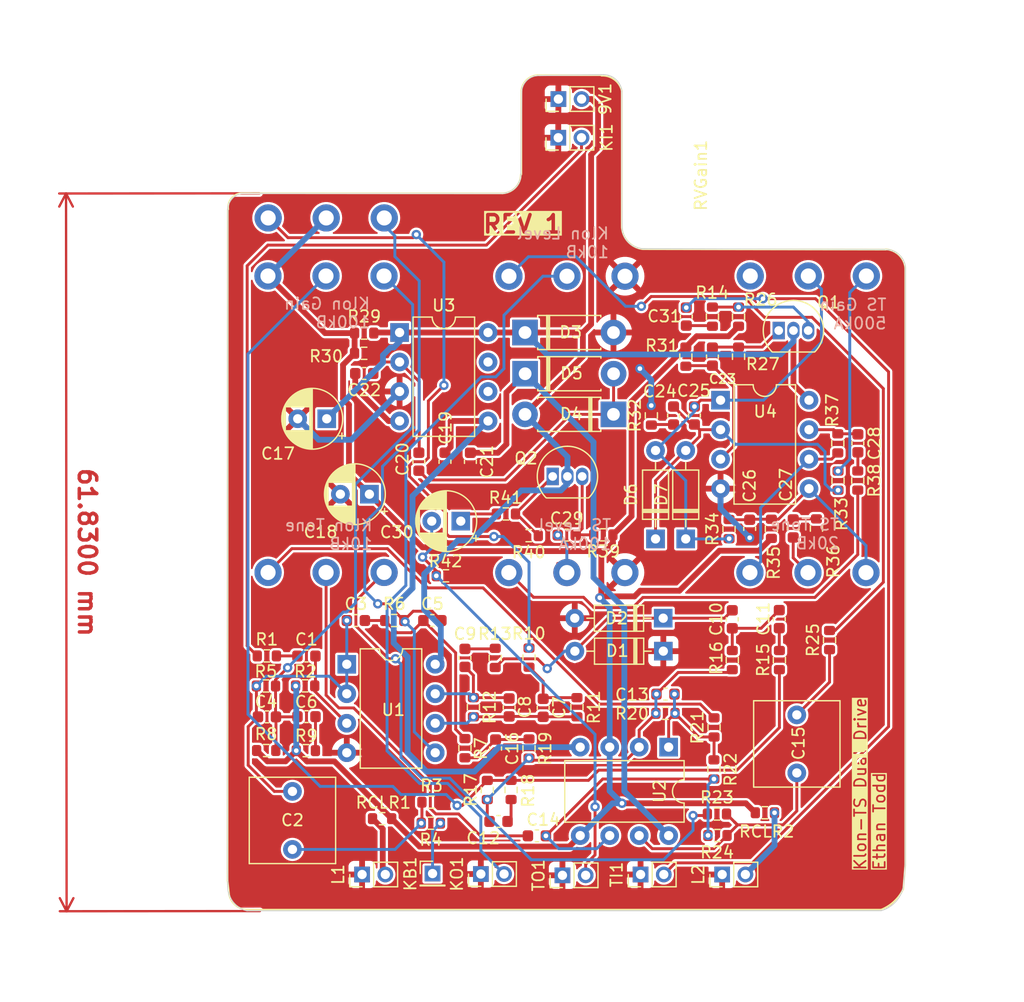
<source format=kicad_pcb>
(kicad_pcb (version 20240108) (generator "pcbnew") (generator_version "8.0")
  (layers (0 "F.Cu" signal) (31 "B.Cu" signal) (34 "B.Paste" user) (35 "F.Paste" user) (36 "B.SilkS" user "B.Silkscreen") (37 "F.SilkS" user "F.Silkscreen") (38 "B.Mask" user) (39 "F.Mask" user) (44 "Edge.Cuts" user))
  (net 0 "")
  (net 1 "Net-(C1-Pad1)")
  (net 2 "Net-(U1A-+)")
  (net 3 "Net-(C2-Pad1)")
  (net 4 "Net-(U1A--)")
  (net 5 "Net-(C3-Pad2)")
  (net 6 "Net-(C4-Pad2)")
  (net 7 "Net-(U1B-+)")
  (net 8 "Net-(C6-Pad2)")
  (net 9 "Net-(U1B--)")
  (net 10 "Net-(C7-Pad2)")
  (net 11 "Net-(C8-Pad2)")
  (net 12 "Net-(C9-Pad2)")
  (net 13 "Net-(C10-Pad2)")
  (net 14 "Net-(C11-Pad2)")
  (net 15 "Net-(U2A--)")
  (net 16 "Net-(C12-Pad2)")
  (net 17 "Net-(C13-Pad2)")
  (net 18 "Net-(C14-Pad1)")
  (net 19 "Net-(U2B--)")
  (net 20 "Net-(C15-Pad1)")
  (net 21 "Net-(C15-Pad2)")
  (net 22 "Net-(C16-Pad1)")
  (net 23 "GND")
  (net 24 "+9V")
  (net 25 "+4V")
  (net 26 "-8V")
  (net 27 "Net-(U3-CAP+)")
  (net 28 "Net-(D4-K)")
  (net 29 "+15V")
  (net 30 "Net-(U3-CAP-)")
  (net 31 "Net-(Q1-E)")
  (net 32 "Net-(D6-K)")
  (net 33 "Net-(C24-Pad2)")
  (net 34 "Net-(D6-A)")
  (net 35 "Net-(U4B-+)")
  (net 36 "Net-(C27-Pad1)")
  (net 37 "Net-(C27-Pad2)")
  (net 38 "Net-(C28-Pad1)")
  (net 39 "Net-(C28-Pad2)")
  (net 40 "Net-(C29-Pad1)")
  (net 41 "Net-(Q2-B)")
  (net 42 "Net-(C30-Pad1)")
  (net 43 "Net-(C31-Pad2)")
  (net 44 "Net-(D1-A)")
  (net 45 "Net-(Q1-B)")
  (net 46 "Net-(Q2-E)")
  (net 47 "Net-(R10-Pad1)")
  (net 48 "Net-(R15-Pad2)")
  (net 49 "Net-(R21-Pad2)")
  (net 50 "Net-(R23-Pad1)")
  (net 51 "Net-(R25-Pad2)")
  (net 52 "Net-(U4A-+)")
  (net 53 "Net-(R33-Pad2)")
  (net 54 "Net-(U4B--)")
  (net 55 "Net-(R38-Pad2)")
  (net 59 "Net-(TO1-Pin_2)")
  (net 60 "Net-(TI1-Pin_2)")
  (net 61 "Net-(KB1-Pin_1)")
  (net 62 "Net-(KI1-Pin_2)")
  (net 63 "Net-(L1-Pin_2)")
  (net 64 "Net-(L2-Pin_2)")
  (net 65 "Net-(KO1-Pin_2)")
  (footprint "Resistor_SMD:R_0603_1608Metric" (layer "F.Cu") (at 118.79 51.505 -90)
    (property "Reference" "R26")
    (property "Value" "510k")
  )
  (footprint "Resistor_SMD:R_0603_1608Metric" (layer "F.Cu") (at 100.715 70.37 180)
    (property "Reference" "R40")
    (property "Value" "10k")
  )
  (footprint "Capacitor_THT:CP_Radial_D5.0mm_P2.50mm" (layer "F.Cu") (at 83.315113 60.3 180)
    (property "Reference" "C17")
    (property "Value" "47u")
  )
  (footprint "Capacitor_THT:CP_Radial_D5.0mm_P2.50mm" (layer "F.Cu") (at 86.99 66.8 180)
    (property "Reference" "C18")
    (property "Value" "47u")
  )
  (footprint "Capacitor_SMD:C_0603_1608Metric" (layer "F.Cu") (at 99.03 85.17 90)
    (property "Reference" "C8")
    (property "Value" "390p")
  )
  (footprint "Resistor_SMD:R_0603_1608Metric" (layer "F.Cu") (at 99.195 92.275 90)
    (property "Reference" "R18")
    (property "Value" "12K")
  )
  (footprint "Resistor_SMD:R_0603_1608Metric" (layer "F.Cu") (at 114.25 54.95 -90)
    (property "Reference" "R31")
    (property "Value" "10k")
  )
  (footprint "Diode_THT:D_DO-35_SOD27_P7.62mm_Horizontal" (layer "F.Cu") (at 114.24 70.65 90)
    (property "Reference" "D7")
    (property "Value" "1N4148")
  )
  (footprint "Connector_PinHeader_2.00mm:PinHeader_1x01_P2.00mm_Vertical" (layer "F.Cu") (at 92.43 99.48)
    (property "Reference" "KB1")
    (property "Value" "Conn_01x01")
  )
  (footprint "Capacitor_THT:C_Rect_L7.2mm_W7.2mm_P5.00mm_FKS2_FKP2_MKS2_MKP2" (layer "F.Cu") (at 123.81 90.81 90)
    (property "Reference" "C15")
    (property "Value" "4.7u")
  )
  (footprint "Capacitor_SMD:C_0603_1608Metric" (layer "F.Cu") (at 92.415 77.68)
    (property "Reference" "C5")
    (property "Value" "68n")
  )
  (footprint "Capacitor_SMD:C_0603_1608Metric" (layer "F.Cu") (at 81.565 80.74)
    (property "Reference" "C1")
    (property "Value" "0.1u")
  )
  (footprint "Capacitor_SMD:C_0603_1608Metric" (layer "F.Cu") (at 95.22 80.9 90)
    (property "Reference" "C9")
    (property "Value" "1u")
  )
  (footprint "Capacitor_SMD:C_0603_1608Metric" (layer "F.Cu") (at 78.165 85.98)
    (property "Reference" "C4")
    (property "Value" "68n")
  )
  (footprint "Resistor_SMD:R_0603_1608Metric" (layer "F.Cu") (at 121.06 94.24)
    (property "Reference" "RCLR2")
    (property "Value" "220R")
  )
  (footprint "Potentiometer_THT:Potentiometer_Piher_PC-16_Single_Vertical" (layer "F.Cu") (at 109 73.55 90)
    (property "Reference" "RVLevel1" (hide yes))
    (property "Value" "100ka")
  )
  (footprint "Resistor_SMD:R_0603_1608Metric" (layer "F.Cu") (at 112.495 85.68)
    (property "Reference" "R20")
    (property "Value" "392K")
  )
  (footprint "Package_DIP:DIP-8_W7.62mm" (layer "F.Cu") (at 85.04 81.45)
    (property "Reference" "U1")
    (property "Value" "TL072")
  )
  (footprint "Capacitor_SMD:C_0603_1608Metric" (layer "F.Cu") (at 123.5 69.75 90)
    (property "Reference" "C27")
    (property "Value" "0.22u")
  )
  (footprint "Capacitor_SMD:C_0603_1608Metric" (layer "F.Cu") (at 118.25 77.575 -90)
    (property "Reference" "C10")
    (property "Value" "1u")
  )
  (footprint "Capacitor_SMD:C_0603_1608Metric" (layer "F.Cu") (at 112.495 84.02)
    (property "Reference" "C13")
    (property "Value" "820p")
  )
  (footprint "Connector_PinHeader_2.00mm:PinHeader_1x02_P2.00mm_Vertical" (layer "F.Cu") (at 117.38 99.56 90)
    (property "Reference" "L2")
    (property "Value" "Conn_01x02")
  )
  (footprint "Resistor_SMD:R_0603_1608Metric" (layer "F.Cu") (at 81.455 83.31 180)
    (property "Reference" "R2")
    (property "Value" "1M")
  )
  (footprint "Resistor_SMD:R_0603_1608Metric" (layer "F.Cu") (at 78.1 88.88 180)
    (property "Reference" "R8")
    (property "Value" "1.5K")
  )
  (footprint "Potentiometer_THT:Potentiometer_Piher_PC-16_Single_Vertical" (layer "F.Cu") (at 129.77 73.55 90)
    (property "Reference" "RVTone1" (hide yes))
    (property "Value" "20kb")
  )
  (footprint "Resistor_SMD:R_0603_1608Metric" (layer "F.Cu") (at 116.54 51.505 90)
    (property "Reference" "R14")
    (property "Value" "1k")
  )
  (footprint "Resistor_SMD:R_0603_1608Metric" (layer "F.Cu") (at 95.22 88.68 -90)
    (property "Reference" "R7")
    (property "Value" "1.5K")
  )
  (footprint "Connector_PinHeader_2.00mm:PinHeader_1x02_P2.00mm_Vertical" (layer "F.Cu") (at 96.59 99.52 90)
    (property "Reference" "KO1")
    (property "Value" "Conn_01x02")
  )
  (footprint "Resistor_SMD:R_0603_1608Metric" (layer "F.Cu") (at 127.36 65.63 90)
    (property "Reference" "R33")
    (property "Value" "51k")
  )
  (footprint "Capacitor_SMD:C_0603_1608Metric" (layer "F.Cu") (at 85.825 77.68)
    (property "Reference" "C3")
    (property "Value" "0.1u")
  )
  (footprint "Capacitor_THT:C_Rect_L7.2mm_W7.2mm_P5.00mm_FKS2_FKP2_MKS2_MKP2" (layer "F.Cu") (at 80.36 97.4 90)
    (property "Reference" "C2")
    (property "Value" "4.7u")
  )
  (footprint "Resistor_SMD:R_0603_1608Metric" (layer "F.Cu") (at 88.085 94.75 180)
    (property "Reference" "RCLR1")
    (property "Value" "220R")
  )
  (footprint "Resistor_SMD:R_0603_1608Metric" (layer "F.Cu") (at 104.87 85.15 -90)
    (property "Reference" "R11")
    (property "Value" "15K")
  )
  (footprint "Capacitor_SMD:C_0603_1608Metric" (layer "F.Cu") (at 113.19 60.02 -90)
    (property "Reference" "C24")
    (property "Value" "47n")
  )
  (footprint "Capacitor_SMD:C_0603_1608Metric" (layer "F.Cu") (at 103.99 70.32)
    (property "Reference" "C29")
    (property "Value" "0.1u")
  )
  (footprint "Resistor_SMD:R_0603_1608Metric" (layer "F.Cu") (at 117.97 69.805 90)
    (property "Reference" "R34")
    (property "Value" "1k")
  )
  (footprint "Potentiometer_THT:Potentiometer_Piher_PC-16_Single_Vertical" (layer "F.Cu") (at 88.25 48 90)
    (property "Reference" "RV_Gain_B1" (hide yes))
    (property "Value" "100kb")
  )
  (footprint "Resistor_SMD:R_0603_1608Metric" (layer "F.Cu") (at 118.25 81.09 -90)
    (property "Reference" "R16")
    (property "Value" "47K")
  )
  (footprint "Resistor_SMD:R_0603_1608Metric" (layer "F.Cu") (at 116.67 90.51 -90)
    (property "Reference" "R22")
    (property "Value" "100K")
  )
  (footprint "Resistor_SMD:R_0603_1608Metric" (layer "F.Cu") (at 122.31 81.09 -90)
    (property "Reference" "R15")
    (property "Value" "22K")
  )
  (footprint "Capacitor_SMD:C_0603_1608Metric" (layer "F.Cu") (at 86.545 56.4 180)
    (property "Reference" "C22")
    (property "Value" "1u")
  )
  (footprint "Potentiometer_THT:Potentiometer_Piher_PC-16_Single_Vertical" (layer "F.Cu") (at 88.27 43 90)
    (property "Reference" "RVGain_A1" (hide yes))
    (property "Value" "100kb")
  )
  (footprint "Resistor_SMD:R_0603_1608Metric" (layer "F.Cu") (at 97.83 80.9 -90)
    (property "Reference" "R13")
    (property "Value" "1K")
  )
  (footprint "Resistor_SMD:R_0603_1608Metric" (layer "F.Cu") (at 100.74 80.88 -90)
    (property "Reference" "R10")
    (property "Value" "2K")
  )
  (footprint "Resistor_SMD:R_0603_1608Metric" (layer "F.Cu") (at 78.08 83.32)
    (property "Reference" "R5")
    (property "Value" "5.1K")
  )
  (footprint "Capacitor_SMD:C_0603_1608Metric" (layer "F.Cu") (at 122.3 77.56 -90)
    (property "Reference" "C11")
    (property "Value" "2.2n")
  )
  (footprint "Package_DIP:DIP-8_W7.62mm" (layer "F.Cu") (at 112.77 88.59 -90)
    (property "Reference" "U2")
    (property "Value" "TL072")
  )
  (footprint "Resistor_SMD:R_0603_1608Metric" (layer "F.Cu") (at 81.515 88.89 180)
    (property "Reference" "R9")
    (property "Value" "1K")
  )
  (footprint "Capacitor_SMD:C_0603_1608Metric" (layer "F.Cu") (at 97.86 88.71 -90)
    (property "Reference" "C16")
    (property "Value" "1u")
  )
  (footprint "Package_DIP:DIP-8_W7.62mm" (layer "F.Cu") (at 117.24 58.7)
    (property "Reference" "U4")
    (property "Value" "TL072")
  )
  (footprint "Resistor_SMD:R_0603_1608Metric" (layer "F.Cu") (at 116.93 94.35)
    (property "Reference" "R23")
    (property "Value" "4.7K")
  )
  (footprint "Resistor_SMD:R_0603_1608Metric" (layer "F.Cu") (at 107.14 70.3 180)
    (property "Reference" "R39")
    (property "Value" "510k")
  )
  (footprint "Resistor_SMD:R_0603_1608Metric" (layer "F.Cu") (at 118.79 54.95 90)
    (property "Reference" "R27")
    (property "Value" "10k")
  )
  (footprint "Connector_PinHeader_2.00mm:PinHeader_1x02_P2.00mm_Vertical" (layer "F.Cu") (at 86.36 99.56 90)
    (property "Reference" "L1")
    (property "Value" "Conn_01x02")
  )
  (footprint "Diode_THT:D_DO-41_SOD81_P7.62mm_Horizontal" (layer "F.Cu") (at 108.015 59.92 180)
    (property "Reference" "D4")
    (property "Value" "1N4001")
  )
  (footprint "Resistor_SMD:R_0603_1608Metric" (layer "F.Cu") (at 95.95 85.15 90)
    (property "Reference" "R12")
    (property "Value" "442K")
  )
  (footprint "Diode_THT:D_DO-41_SOD81_P7.62mm_Horizontal" (layer "F.Cu") (at 100.395 52.87)
    (property "Reference" "D3")
    (property "Value" "1N47xxA")
  )
  (footprint "Capacitor_SMD:C_0603_1608Metric" (layer "F.Cu") (at 81.57 85.96)
    (property "Reference" "C6")
    (property "Value" "390n")
  )
  (footprint "Resistor_SMD:R_0603_1608Metric" (layer "F.Cu") (at 100.74 88.71 -90)
    (property "Reference" "R19")
    (property "Value" "15K")
  )
  (footprint "Capacitor_SMD:C_0603_1608Metric" (layer "F.Cu") (at 101.42 96.23)
    (property "Reference" "C14")
    (property "Value" "3.9n")
  )
  (footprint "Resistor_SMD:R_0603_1608Metric" (layer "F.Cu") (at 78.155 80.73)
    (property "Reference" "R1")
    (property "Value" "10K")
  )
  (footprint "Connector_PinHeader_2.00mm:PinHeader_1x02_P2.00mm_Vertical" (layer "F.Cu") (at 103.27 32.76 90)
    (property "Reference" "9V1")
    (property "Value" "Conn_01x02")
  )
  (footprint "Capacitor_SMD:C_0603_1608Metric" (layer "F.Cu") (at 129.07 62.415 -90)
    (property "Reference" "C28")
    (property "Value" "1u")
  )
  (footprint "Capacitor_SMD:C_0603_1608Metric" (layer "F.Cu") (at 114.99 60.02 90)
    (property "Reference" "C25")
    (property "Value" "51p")
  )
  (footprint "Resistor_SMD:R_0603_1608Metric" (layer "F.Cu") (at 92.34 93.33)
    (property "Reference" "R3")
    (property "Value" "100K")
  )
  (footprint "Resistor_SMD:R_0603_1608Metric" (layer "F.Cu") (at 129.06 65.62 -90)
    (property "Reference" "R38")
    (property "Value" "1k")
  )
  (footprint "Resistor_SMD:R_0603_1608Metric" (layer "F.Cu") (at 111.28 60.015 90)
    (property "Reference" "R32")
    (property "Value" "4k7")
  )
  (footprint "Resistor_SMD:R_0603_1608Metric" (layer "F.Cu") (at 86.54 52.92)
    (property "Reference" "R29")
    (property "Value" "27k")
  )
  (footprint "Capacitor_SMD:C_0603_1608Metric" (layer "F.Cu") (at 91.25 64 -90)
    (property "Reference" "C20")
    (property "Value" "1u")
  )
  (footprint "Diode_THT:D_DO-35_SOD27_P7.62mm_Horizontal" (layer "F.Cu") (at 112.31 80.32 180)
    (property "Reference" "D1")
    (property "Value" "BAT41")
  )
  (footprint "Capacitor_SMD:C_0603_1608Metric" (layer "F.Cu") (at 101.96 85.2 90)
    (property "Reference" "C7")
    (property "Value" "82n")
  )
  (footprint "Connector_PinHeader_2.00mm:PinHeader_1x02_P2.00mm_Vertical" (layer "F.Cu") (at 103.62 99.63 90)
    (property "Reference" "TO1")
    (property "Value" "Conn_01x02")
  )
  (footprint "Connector_PinHeader_2.00mm:PinHeader_1x02_P2.00mm_Vertical" (layer "F.Cu") (at 103.26 36.09 90)
    (property "Reference" "KI1")
    (property "Value" "Conn_01x02")
  )
  (footprint "Connector_PinHeader_2.00mm:PinHeader_1x02_P2.00mm_Vertical" (layer "F.Cu") (at 110.35 99.56 90)
    (property "Reference" "TI1")
    (property "Value" "Conn_01x02")
  )
  (footprint "Resistor_SMD:R_0603_1608Metric" (layer "F.Cu") (at 86.535 54.66)
    (property "Reference" "R30")
    (property "Value" "27k")
  )
  (footprint "Resistor_SMD:R_0603_1608Metric" (layer "F.Cu") (at 116.975 96.2)
    (property "Reference" "R24")
    (property "Value" "100K")
  )
  (footprint "Capacitor_SMD:C_0603_1608Metric" (layer "F.Cu") (at 93.5 64 -90)
    (property "Reference" "C19")
    (property "Value" "1u")
  )
  (footprint "Resistor_SMD:R_0603_1608Metric" (layer "F.Cu") (at 127.34 62.42 -90)
    (property "Reference" "R37")
    (property "Value" "1k")
  )
  (footprint "Resistor_SMD:R_0603_1608Metric" (layer "F.Cu") (at 116.68 86.89 90)
    (property "Reference" "R21")
    (property "Value" "1.8K")
  )
  (footprint "Resistor_SMD:R_0603_1608Metric" (layer "F.Cu") (at 98.75 68.5 180)
    (property "Reference" "R41")
    (property "Value" "100R")
  )
  (footprint "Resistor_SMD:R_0603_1608Metric" (layer "F.Cu") (at 125.5 69.75 90)
    (property "Reference" "R36")
    (property "Value" "220R")
  )
  (footprint "Package_DIP:DIP-8_W7.62mm" (layer "F.Cu") (at 89.59 52.87)
    (property "Reference" "U3")
    (property "Value" "LTC1044")
  )
  (footprint "Potentiometer_THT:Potentiometer_Piher_PC-16_Single_Vertical" (layer "F.Cu") (at 88.26 73.54 90)
    (property "Reference" "RV2-Treble1" (hide yes))
    (property "Value" "10Kb")
  )
  (footprint "Resistor_SMD:R_0603_1608Metric" (layer "F.Cu") (at 89.135 77.68)
    (property "Reference" "R6")
    (property "Value" "10K")
  )
  (footprint "Resistor_SMD:R_0603_1608Metric" (layer "F.Cu") (at 121.62 69.78 90)
    (property "Reference" "R35")
    (property "Value" "10k")
  )
  (footprint "Resistor_SMD:R_0603_1608Metric" (layer "F.Cu") (at 93.58 73.83 180)
    (property "Reference" "R42")
    (property "Value" "10k")
  )
  (footprint "Diode_THT:D_DO-41_SOD81_P7.62mm_Horizontal" (layer "F.Cu") (at 100.405 56.42)
    (property "Reference" "D5")
    (property "Value" "1N4001")
  )
  (footprint "Package_TO_SOT_THT:TO-92_Inline" (layer "F.Cu") (at 122.25 52.7)
    (property "Reference" "Q1")
    (property "Value" "2SC1815")
  )
  (footprint "Capacitor_SMD:C_0603_1608Metric" (layer "F.Cu") (at 119.75 69.775 -90)
    (property "Reference" "C26")
    (property "Value" "0.22u")
  )
  (footprint "Capacitor_SMD:C_0603_1608Metric" (layer "F.Cu") (at 95.69 64.005 -90)
    (property "Reference" "C21")
    (property "Value" "1u")
  )
  (footprint "Resistor_SMD:R_0603_1608Metric" (layer "F.Cu") (at 97.145 92.28 90)
    (property "Reference" "R17")
    (property "Value" "27K")
  )
  (footprint "Capacitor_SMD:C_0603_1608Metric" (layer "F.Cu") (at 116.54 54.95 -90)
    (property "Reference" "C23")
    (property "Value" "1u")
  )
  (footprint "Capacitor_THT:CP_Radial_D5.0mm_P2.50mm" (layer "F.Cu") (at 94.86 69.12 180)
    (property "Reference" "C30")
    (property "Value" "10u")
  )
  (footprint "Diode_THT:D_DO-35_SOD27_P7.62mm_Horizontal" (layer "F.Cu") (at 112.3 77.48 180)
    (property "Reference" "D2")
    (property "Value" "BAT41")
  )
  (footprint "Package_TO_SOT_THT:TO-92_Inline" (layer "F.Cu") (at 102.78 65.27)
    (property "Reference" "Q2")
    (property "Value" "2SC1815")
  )
  (footprint "Capacitor_SMD:C_0603_1608Metric" (layer "F.Cu") (at 98.115 94.99)
    (property "Reference" "C12")
    (property "Value" "27n")
  )
  (footprint "Resistor_SMD:R_0603_1608Metric" (layer "F.Cu") (at 126.63 79.365 90)
    (property "Reference" "R25")
    (property "Value" "560R")
  )
  (footprint "Diode_THT:D_DO-35_SOD27_P7.62mm_Horizontal" (layer "F.Cu") (at 111.64 70.65 90)
    (property "Reference" "D6")
    (property "Value" "1N4148")
  )
  (footprint "Potentiometer_THT:Potentiometer_Piher_PC-16_Single_Vertical" (layer "F.Cu") (at 109.01 48.02 90)
    (property "Reference" "RV3-Level1" (hide yes))
    (property "Value" "10kb")
  )
  (footprint "Potentiometer_THT:Potentiometer_Piher_PC-16_Single_Vertical" (layer "F.Cu") (at 129.8 48 90)
    (property "Reference" "RVGain1")
    (property "Value" "500ka")
  )
  (footprint "Resistor_SMD:R_0603_1608Metric" (layer "F.Cu") (at 92.28 95.14 180)
    (property "Reference" "R4")
    (property "Value" "560R")
  )
  (footprint "Capacitor_SMD:C_0603_1608Metric" (layer "F.Cu") (at 114.29 51.5 -90)
    (property "Reference" "C31")
    (property "Value" "0.02u")
  )
  (gr_arc (start 131.471547 45.702772) (mid 132.604033 46.193213) (end 133.149999 47.3) (stroke (width 0.15)) (layer "F.SilkS"))
  (gr_arc (start 132.981177 100.81503) (mid 132.190499 101.880081) (end 131.07 102.59) (stroke (width 0.15)) (layer "F.SilkS"))
  (gr_line (start 101.49 30.7) (end 106.98 30.7) (stroke (width 0.15)) (layer "F.SilkS"))
  (gr_line (start 132.981177 100.81503) (end 133.15 98.76) (stroke (width 0.15)) (layer "F.SilkS"))
  (gr_arc (start 106.982301 30.744742) (mid 108.091742 31.081921) (end 108.729999 32.05) (stroke (width 0.15)) (layer "F.SilkS"))
  (gr_line (start 74.77 100.08) (end 74.906521 101.303691) (stroke (width 0.15)) (layer "F.SilkS"))
  (gr_line (start 100.08 32.05) (end 100.08 39.25) (stroke (width 0.15)) (layer "F.SilkS"))
  (gr_arc (start 100.031068 39.24971) (mid 99.568079 40.38251) (end 98.45 40.88) (stroke (width 0.15)) (layer "F.SilkS"))
  (gr_line (start 74.79 42.26) (end 74.77 100.08) (stroke (width 0.15)) (layer "F.SilkS"))
  (gr_line (start 98.45 40.88) (end 75.98 40.87) (stroke (width 0.15)) (layer "F.SilkS"))
  (gr_line (start 133.15 98.76) (end 133.15 47.3) (stroke (width 0.15)) (layer "F.SilkS"))
  (gr_line (start 108.73 43.86) (end 108.73 32.05) (stroke (width 0.15)) (layer "F.SilkS"))
  (gr_line (start 131.47 45.73) (end 110.55 45.69) (stroke (width 0.15)) (layer "F.SilkS"))
  (gr_line (start 76.52 102.59) (end 131.07 102.59) (stroke (width 0.15)) (layer "F.SilkS"))
  (gr_arc (start 74.831529 42.253972) (mid 75.098059 41.306641) (end 75.98 40.870001) (stroke (width 0.15)) (layer "F.SilkS"))
  (gr_arc (start 76.52 102.589999) (mid 75.483828 102.234634) (end 74.906521 101.303691) (stroke (width 0.15)) (layer "F.SilkS"))
  (gr_arc (start 100.074543 32.049517) (mid 100.527891 31.107949) (end 101.49 30.700001) (stroke (width 0.15)) (layer "F.SilkS"))
  (gr_arc (start 110.55 45.69) (mid 109.318805 45.096431) (end 108.737857 43.85923) (stroke (width 0.15)) (layer "F.SilkS"))
  (gr_arc (start 131.47 45.72) (mid 132.66501 46.21499) (end 133.16 47.41) (stroke (width 0.1)) (layer "Edge.Cuts"))
  (gr_line (start 108.729999 32.16) (end 108.73 40.9) (stroke (width 0.1)) (layer "Edge.Cuts"))
  (gr_arc (start 100.09784 32.21) (mid 100.560631 31.134042) (end 101.66 30.730001) (stroke (width 0.1)) (layer "Edge.Cuts"))
  (gr_arc (start 107.17 30.668431) (mid 108.249164 31.101327) (end 108.729999 32.16) (stroke (width 0.1)) (layer "Edge.Cuts"))
  (gr_line (start 74.79 42.3) (end 74.76 99.12) (stroke (width 0.1)) (layer "Edge.Cuts"))
  (gr_arc (start 76.444062 102.679201) (mid 75.259813 101.943685) (end 74.797091 100.628649) (stroke (width 0.1)) (layer "Edge.Cuts"))
  (gr_arc (start 100.049999 39.14) (mid 99.576791 40.374358) (end 98.36 40.891064) (stroke (width 0.1)) (layer "Edge.Cuts"))
  (gr_line (start 131.47 45.72) (end 110.65 45.66) (stroke (width 0.1)) (layer "Edge.Cuts"))
  (gr_line (start 100.049999 39.14) (end 100.09784 32.21) (stroke (width 0.1)) (layer "Edge.Cuts"))
  (gr_line (start 98.36 40.891064) (end 75.950283 40.887428) (stroke (width 0.1)) (layer "Edge.Cuts"))
  (gr_line (start 133.16 47.41) (end 133.15 98.71) (stroke (width 0.1)) (layer "Edge.Cuts"))
  (gr_line (start 107.17 30.668431) (end 101.66 30.730001) (stroke (width 0.1)) (layer "Edge.Cuts"))
  (gr_line (start 76.444062 102.679201) (end 131.07 102.67) (stroke (width 0.1)) (layer "Edge.Cuts"))
  (gr_line (start 133.15 98.71) (end 133.037091 100.118649) (stroke (width 0.1)) (layer "Edge.Cuts"))
  (gr_arc (start 110.65 45.66) (mid 109.306497 45.103503) (end 108.75 43.76) (stroke (width 0.1)) (layer "Edge.Cuts"))
  (gr_arc (start 74.79 42.3) (mid 75.117257 41.385996) (end 75.950283 40.887428) (stroke (width 0.1)) (layer "Edge.Cuts"))
  (gr_line (start 108.73 40.9) (end 108.75 43.76) (stroke (width 0.1)) (layer "Edge.Cuts"))
  (gr_line (start 74.76 99.12) (end 74.797091 100.628649) (stroke (width 0.1)) (layer "Edge.Cuts"))
  (gr_arc (start 133.037091 100.118649) (mid 132.477663 101.721319) (end 131.07 102.67) (stroke (width 0.1)) (layer "Edge.Cuts"))
  (gr_text "TS Tone\n20kB" (at 127.54 71.61 0) (layer "B.SilkS") (effects (font (size 1 1)) (justify left bottom mirror)))
  (gr_text "TS Level\n100kA" (at 107.91 71.67 0) (layer "B.SilkS") (effects (font (size 1 1)) (justify left bottom mirror)))
  (gr_text "Klon Level\n10kB" (at 107.71 46.53 0) (layer "B.SilkS") (effects (font (size 1 1)) (justify left bottom mirror)))
  (gr_text "TS Gain\n500kA" (at 131.62 52.67 0) (layer "B.SilkS") (effects (font (size 1 1)) (justify left bottom mirror)))
  (gr_text "Klon Tone\n10kB" (at 87.34 71.67 0) (layer "B.SilkS") (effects (font (size 1 1)) (justify left bottom mirror)))
  (gr_text "Klon Gain\n100kB" (at 87.13 52.58 0) (layer "B.SilkS") (effects (font (size 1 1)) (justify left bottom mirror)))
  (gr_text "Klon-TS Dual Drive" (at 129.87 99.29 90) (layer "F.SilkS" knockout) (effects (font (size 1 1)) (justify left bottom)))
  (gr_text "Ethan Todd" (at 131.51 99.29 90) (layer "F.SilkS" knockout) (effects (font (size 1 1)) (justify left bottom)))
  (gr_text "REV 1" (at 96.63 44.41 0) (layer "F.SilkS" knockout) (effects (font (size 1.5 1.5) (thickness 0.3) (bold yes)) (justify left bottom)))
  (dimension (type aligned) (layer "F.Cu") (pts (xy 78.01 40.88) (xy 78.06 102.71)) (height 17.153791) (gr_text "61.8300 mm" (at 62.681214 71.807416 270.0463333) (layer "F.Cu") (effects (font (size 1.5 1.5) (thickness 0.3)))) (format (prefix "") (suffix "") (units 3) (units_format 1) (precision 4)) (style (thickness 0.2) (arrow_length 1.27) (text_position_mode 0) (extension_height 0.58642) (extension_offset 0.5) keep_text_aligned))
  (segment (start 78.98 80.73) (end 80.78 80.73) (width 0.25) (layer "F.Cu") (net 1))
  (segment (start 80.78 80.73) (end 80.79 80.74) (width 0.25) (layer "F.Cu") (net 1))
  (segment (start 82.34 83.25) (end 82.28 83.31) (width 0.25) (layer "F.Cu") (net 2))
  (segment (start 82.34 80.74) (end 82.34 83.25) (width 0.25) (layer "F.Cu") (net 2))
  (segment (start 82.28 83.77) (end 85.04 86.53) (width 0.25) (layer "F.Cu") (net 2))
  (segment (start 82.28 83.31) (end 82.28 83.77) (width 0.25) (layer "F.Cu") (net 2))
  (segment (start 91.515 95.08) (end 91.455 95.14) (width 0.25) (layer "F.Cu") (net 3))
  (segment (start 91.515 93.33) (end 91.515 95.08) (width 0.25) (layer "F.Cu") (net 3))
  (via (at 91.455 95.14) (size 0.8) (drill 0.4) (layers "F.Cu" "B.Cu") (net 3))
  (segment (start 89.195 97.4) (end 91.455 95.14) (width 0.25) (layer "B.Cu") (net 3))
  (segment (start 80.36 97.4) (end 89.195 97.4) (width 0.25) (layer "B.Cu") (net 3))
  (segment (start 77.255 85.845) (end 77.39 85.98) (width 0.25) (layer "F.Cu") (net 4))
  (segment (start 78.8 92.4) (end 80.36 92.4) (width 0.25) (layer "F.Cu") (net 4))
  (segment (start 76.55 86.82) (end 76.55 90.15) (width 0.25) (layer "F.Cu") (net 4))
  (segment (start 77.255 83.32) (end 77.255 85.845) (width 0.25) (layer "F.Cu") (net 4))
  (segment (start 77.39 85.98) (end 76.55 86.82) (width 0.25) (layer "F.Cu") (net 4))
  (segment (start 76.55 90.15) (end 78.8 92.4) (width 0.25) (layer "F.Cu") (net 4))
  (segment (start 85.05 81.44) (end 85.04 81.45) (width 0.25) (layer "F.Cu") (net 4))
  (via (at 85.05 77.68) (size 0.8) (drill 0.4) (layers "F.Cu" "B.Cu") (net 4))
  (via (at 77.255 83.32) (size 0.8) (drill 0.4) (layers "F.Cu" "B.Cu") (net 4))
  (segment (start 78.095 82.48) (end 83.53 82.48) (width 0.25) (layer "B.Cu") (net 4))
  (segment (start 83.53 82.48) (end 85.04 83.99) (width 0.25) (layer "B.Cu") (net 4))
  (segment (start 85.04 81.45) (end 85.04 77.69) (width 0.25) (layer "B.Cu") (net 4))
  (segment (start 77.255 83.32) (end 78.095 82.48) (width 0.25) (layer "B.Cu") (net 4))
  (segment (start 85.04 83.99) (end 85.04 81.45) (width 0.25) (layer "B.Cu") (net 4))
  (segment (start 85.04 77.69) (end 85.05 77.68) (width 0.25) (layer "B.Cu") (net 4))
  (segment (start 86.6 77.68) (end 88.31 77.68) (width 0.25) (layer "F.Cu") (net 5))
  (segment (start 91.64 77.68) (end 94.42 80.46) (width 0.25) (layer "F.Cu") (net 5))
  (segment (start 94.42 87.055) (end 95.22 87.855) (width 0.25) (layer "F.Cu") (net 5))
  (segment (start 90.59 78.73) (end 91.64 77.68) (width 0.25) (layer "F.Cu") (net 5))
  (segment (start 88.31 77.68) (end 89.36 78.73) (width 0.25) (layer "F.Cu") (net 5))
  (segment (start 94.42 80.46) (end 94.42 87.055) (width 0.25) (layer "F.Cu") (net 5))
  (segment (start 89.36 78.73) (end 90.59 78.73) (width 0.25) (layer "F.Cu") (net 5))
  (segment (start 78.94 85.98) (end 78.94 88.865) (width 0.25) (layer "F.Cu") (net 6))
  (segment (start 80.775 85.98) (end 80.795 85.96) (width 0.25) (layer "F.Cu") (net 6))
  (segment (start 78.905 82.785) (end 78.905 83.32) (width 0.25) (layer "F.Cu") (net 6))
  (segment (start 78.94 85.98) (end 80.775 85.98) (width 0.25) (layer "F.Cu") (net 6))
  (segment (start 78.905 85.945) (end 78.94 85.98) (width 0.25) (layer "F.Cu") (net 6))
  (segment (start 79.945 81.745) (end 78.905 82.785) (width 0.25) (layer "F.Cu") (net 6))
  (segment (start 78.905 83.32) (end 78.905 85.945) (width 0.25) (layer "F.Cu") (net 6))
  (segment (start 78.94 88.865) (end 78.925 88.88) (width 0.25) (layer "F.Cu") (net 6))
  (via (at 79.945 81.745) (size 0.8) (drill 0.4) (layers "F.Cu" "B.Cu") (net 6))
  (segment (start 79.945 81.745) (end 84.735 76.955) (width 0.25) (layer "B.Cu") (net 6))
  (segment (start 90.715 50.465) (end 88.25 48) (width 0.25) (layer "B.Cu") (net 6))
  (segment (start 90.715 60.945) (end 90.715 50.465) (width 0.25) (layer "B.Cu") (net 6))
  (segment (start 85.79 65.94038) (end 90.67038 61.06) (width 0.25) (layer "B.Cu") (net 6))
  (segment (start 85.010305 76.955) (end 85.79 76.175305) (width 0.25) (layer "B.Cu") (net 6))
  (segment (start 90.83 61.06) (end 90.715 60.945) (width 0.25) (layer "B.Cu") (net 6))
  (segment (start 90.67038 61.06) (end 90.83 61.06) (width 0.25) (layer "B.Cu") (net 6))
  (segment (start 85.79 76.175305) (end 85.79 65.94038) (width 0.25) (layer "B.Cu") (net 6))
  (segment (start 84.735 76.955) (end 85.010305 76.955) (width 0.25) (layer "B.Cu") (net 6))
  (segment (start 89.96 77.68) (end 90.06 77.78) (width 0.25) (layer "F.Cu") (net 7))
  (segment (start 93.19 77.68) (end 92.39 76.88) (width 0.25) (layer "F.Cu") (net 7))
  (segment (start 88.52 76.24) (end 89.96 77.68) (width 0.25) (layer "F.Cu") (net 7))
  (segment (start 90.76 76.88) (end 89.96 77.68) (width 0.25) (layer "F.Cu") (net 7))
  (segment (start 87.71 76.24) (end 88.52 76.24) (width 0.25) (layer "F.Cu") (net 7))
  (segment (start 92.39 76.88) (end 90.76 76.88) (width 0.25) (layer "F.Cu") (net 7))
  (via (at 90.06 77.78) (size 0.8) (drill 0.4) (layers "F.Cu" "B.Cu") (net 7))
  (via (at 87.71 76.24) (size 0.8) (drill 0.4) (layers "F.Cu" "B.Cu") (net 7))
  (segment (start 86.59 69.25962) (end 88.115 67.73462) (width 0.25) (layer "B.Cu") (net 7))
  (segment (start 90.86 87.27) (end 92.66 89.07) (width 0.25) (layer "B.Cu") (net 7))
  (segment (start 91.28 48.42) (end 89.18 46.32) (width 0.25) (layer "B.Cu") (net 7))
  (segment (start 89.18 44.546396) (end 87.951802 43.318198) (width 0.25) (layer "B.Cu") (net 7))
  (segment (start 91.28 61.246396) (end 91.28 48.42) (width 0.25) (layer "B.Cu") (net 7))
  (segment (start 86.59 75.12) (end 86.59 69.25962) (width 0.25) (layer "B.Cu") (net 7))
  (segment (start 88.115 64.411396) (end 91.28 61.246396) (width 0.25) (layer "B.Cu") (net 7))
  (segment (start 90.86 78.58) (end 90.86 87.27) (width 0.25) (layer "B.Cu") (net 7))
  (segment (start 90.06 77.78) (end 90.86 78.58) (width 0.25) (layer "B.Cu") (net 7))
  (segment (start 87.71 76.24) (end 86.59 75.12) (width 0.25) (layer "B.Cu") (net 7))
  (segment (start 88.115 67.73462) (end 88.115 64.411396) (width 0.25) (layer "B.Cu") (net 7))
  (segment (start 89.18 46.32) (end 89.18 44.546396) (width 0.25) (layer "B.Cu") (net 7))
  (segment (start 82.345 85.96) (end 82.345 88.885) (width 0.25) (layer "F.Cu") (net 8))
  (segment (start 82.345 88.885) (end 82.34 88.89) (width 0.25) (layer "F.Cu") (net 8))
  (segment (start 99 85.975) (end 99.03 85.945) (width 0.25) (layer "F.Cu") (net 9))
  (segment (start 95.95 85.975) (end 99 85.975) (width 0.25) (layer "F.Cu") (net 9))
  (segment (start 99.03 85.945) (end 101.93 85.945) (width 0.25) (layer "F.Cu") (net 9))
  (segment (start 101.93 85.945) (end 101.96 85.975) (width 0.25) (layer "F.Cu") (net 9))
  (segment (start 101.96 85.975) (end 104.87 85.975) (width 0.25) (layer "F.Cu") (net 9))
  (via (at 95.95 85.975) (size 0.8) (drill 0.4) (layers "F.Cu" "B.Cu") (net 9))
  (segment (start 95.395 86.53) (end 95.95 85.975) (width 0.25) (layer "B.Cu") (net 9))
  (segment (start 92.66 86.53) (end 95.395 86.53) (width 0.25) (layer "B.Cu") (net 9))
  (segment (start 104.87 84.325) (end 102.06 84.325) (width 0.25) (layer "F.Cu") (net 10))
  (segment (start 101.96 84.425) (end 101.96 82.925) (width 0.25) (layer "F.Cu") (net 10))
  (segment (start 102.06 84.325) (end 101.96 84.425) (width 0.25) (layer "F.Cu") (net 10))
  (segment (start 101.96 82.925) (end 100.74 81.705) (width 0.25) (layer "F.Cu") (net 10))
  (segment (start 98.96 84.325) (end 99.03 84.395) (width 0.25) (layer "F.Cu") (net 11))
  (segment (start 95.95 82.405) (end 95.22 81.675) (width 0.25) (layer "F.Cu") (net 11))
  (segment (start 95.95 84.325) (end 95.95 82.405) (width 0.25) (layer "F.Cu") (net 11))
  (segment (start 95.95 84.325) (end 98.96 84.325) (width 0.25) (layer "F.Cu") (net 11))
  (via (at 95.95 84.325) (size 0.8) (drill 0.4) (layers "F.Cu" "B.Cu") (net 11))
  (segment (start 95.615 83.99) (end 95.95 84.325) (width 0.25) (layer "B.Cu") (net 11))
  (segment (start 92.66 83.99) (end 95.615 83.99) (width 0.25) (layer "B.Cu") (net 11))
  (segment (start 97.78 80.125) (end 97.83 80.075) (width 0.25) (layer "F.Cu") (net 12))
  (segment (start 95.22 80.125) (end 97.78 80.125) (width 0.25) (layer "F.Cu") (net 12))
  (segment (start 120.735 78.35) (end 122.3 76.785) (width 0.25) (layer "F.Cu") (net 13))
  (segment (start 118.25 78.35) (end 118.25 80.265) (width 0.25) (layer "F.Cu") (net 13))
  (segment (start 118.25 78.35) (end 120.735 78.35) (width 0.25) (layer "F.Cu") (net 13))
  (segment (start 122.3 78.335) (end 122.3 80.255) (width 0.25) (layer "F.Cu") (net 14))
  (segment (start 122.3 80.255) (end 122.31 80.265) (width 0.25) (layer "F.Cu") (net 14))
  (segment (start 110.23 88.59) (end 110.23 87.12) (width 0.25) (layer "F.Cu") (net 15))
  (segment (start 100.92 89.715) (end 109.105 89.715) (width 0.25) (layer "F.Cu") (net 15))
  (segment (start 118.25 81.915) (end 118.01 82.155) (width 0.25) (layer "F.Cu") (net 15))
  (segment (start 100.74 89.535) (end 100.92 89.715) (width 0.25) (layer "F.Cu") (net 15))
  (segment (start 113.585 82.155) (end 111.72 84.02) (width 0.25) (layer "F.Cu") (net 15))
  (segment (start 97.145 94.795) (end 97.145 93.105) (width 0.25) (layer "F.Cu") (net 15))
  (segment (start 109.105 89.715) (end 110.23 88.59) (width 0.25) (layer "F.Cu") (net 15))
  (segment (start 118.01 82.155) (end 113.585 82.155) (width 0.25) (layer "F.Cu") (net 15))
  (segment (start 110.23 87.12) (end 111.67 85.68) (width 0.25) (layer "F.Cu") (net 15))
  (segment (start 97.34 94.99) (end 97.145 94.795) (width 0.25) (layer "F.Cu") (net 15))
  (via (at 97.145 93.105) (size 0.8) (drill 0.4) (layers "F.Cu" "B.Cu") (net 15))
  (via (at 111.67 85.68) (size 0.8) (drill 0.4) (layers "F.Cu" "B.Cu") (net 15))
  (via (at 100.74 89.535) (size 0.8) (drill 0.4) (layers "F.Cu" "B.Cu") (net 15))
  (via (at 111.72 84.02) (size 0.8) (drill 0.4) (layers "F.Cu" "B.Cu") (net 15))
  (segment (start 100.74 89.535) (end 100.715 89.535) (width 0.25) (layer "B.Cu") (net 15))
  (segment (start 111.67 85.68) (end 111.67 84.07) (width 0.25) (layer "B.Cu") (net 15))
  (segment (start 111.67 84.07) (end 111.72 84.02) (width 0.25) (layer "B.Cu") (net 15))
  (segment (start 100.715 89.535) (end 97.145 93.105) (width 0.25) (layer "B.Cu") (net 15))
  (segment (start 99.195 93.1) (end 99.195 94.685) (width 0.25) (layer "F.Cu") (net 16))
  (segment (start 99.195 94.685) (end 98.89 94.99) (width 0.25) (layer "F.Cu") (net 16))
  (segment (start 112.77 86.23) (end 113.32 85.68) (width 0.25) (layer "F.Cu") (net 17))
  (segment (start 112.77 88.59) (end 112.77 86.23) (width 0.25) (layer "F.Cu") (net 17))
  (segment (start 116.68 87.715) (end 116.68 89.675) (width 0.25) (layer "F.Cu") (net 17))
  (segment (start 115.355 87.715) (end 116.68 87.715) (width 0.25) (layer "F.Cu") (net 17))
  (segment (start 113.32 85.68) (end 115.355 87.715) (width 0.25) (layer "F.Cu") (net 17))
  (segment (start 116.68 89.675) (end 116.67 89.685) (width 0.25) (layer "F.Cu") (net 17))
  (via (at 113.32 85.68) (size 0.8) (drill 0.4) (layers "F.Cu" "B.Cu") (net 17))
  (via (at 113.27 84.02) (size 0.8) (drill 0.4) (layers "F.Cu" "B.Cu") (net 17))
  (segment (start 113.27 85.63) (end 113.32 85.68) (width 0.25) (layer "B.Cu") (net 17))
  (segment (start 113.27 84.02) (end 113.27 85.63) (width 0.25) (layer "B.Cu") (net 17))
  (segment (start 92.24 93.87) (end 92.71 94.34) (width 0.25) (layer "F.Cu") (net 18))
  (segment (start 84.356396 85.21) (end 85.63 85.21) (width 0.25) (layer "F.Cu") (net 18))
  (segment (start 92.71 94.34) (end 94.67 94.34) (width 0.25) (layer "F.Cu") (net 18))
  (segment (start 83.26 84.113604) (end 84.356396 85.21) (width 0.25) (layer "F.Cu") (net 18))
  (segment (start 96.56 96.23) (end 100.645 96.23) (width 0.25) (layer "F.Cu") (net 18))
  (segment (start 83.26 73.54) (end 83.26 84.113604) (width 0.25) (layer "F.Cu") (net 18))
  (segment (start 94.67 94.34) (end 96.56 96.23) (width 0.25) (layer "F.Cu") (net 18))
  (segment (start 85.63 85.21) (end 92.24 91.82) (width 0.25) (layer "F.Cu") (net 18))
  (segment (start 92.24 91.82) (end 92.24 93.87) (width 0.25) (layer "F.Cu") (net 18))
  (segment (start 116.15 96.2) (end 116.16 96.19) (width 0.25) (layer "F.Cu") (net 19))
  (segment (start 102.195 96.23) (end 107.09 91.335) (width 0.25) (layer "F.Cu") (net 19))
  (segment (start 107.09 91.335) (end 116.67 91.335) (width 0.25) (layer "F.Cu") (net 19))
  (via (at 116.16 96.19) (size 0.8) (drill 0.4) (layers "F.Cu" "B.Cu") (net 19))
  (via (at 102.195 96.23) (size 0.8) (drill 0.4) (layers "F.Cu" "B.Cu") (net 19))
  (via (at 116.67 91.335) (size 0.8) (drill 0.4) (layers "F.Cu" "B.Cu") (net 19))
  (segment (start 103.3 97.335) (end 102.195 96.23) (width 0.25) (layer "B.Cu") (net 19))
  (segment (start 107.69 96.21) (end 106.565 97.335) (width 0.25) (layer "B.Cu") (net 19))
  (segment (start 106.565 97.335) (end 103.3 97.335) (width 0.25) (layer "B.Cu") (net 19))
  (segment (start 116.16 91.845) (end 116.67 91.335) (width 0.25) (layer "B.Cu") (net 19))
  (segment (start 116.16 96.19) (end 116.16 91.845) (width 0.25) (layer "B.Cu") (net 19))
  (segment (start 118.445 95.04) (end 117.755 94.35) (width 0.25) (layer "F.Cu") (net 20))
  (segment (start 110.23 96.21) (end 111.355 97.335) (width 0.25) (layer "F.Cu") (net 20))
  (segment (start 118.685 95.28) (end 118.445 95.04) (width 0.25) (layer "F.Cu") (net 20))
  (segment (start 117.8 96.2) (end 118.7025 95.2975) (width 0.25) (layer "F.Cu") (net 20))
  (segment (start 118.7025 95.2975) (end 118.445 95.04) (width 0.25) (layer "F.Cu") (net 20))
  (segment (start 123.81 94.09) (end 122.62 95.28) (width 0.25) (layer "F.Cu") (net 20))
  (segment (start 116.665 97.335) (end 117.8 96.2) (width 0.25) (layer "F.Cu") (net 20))
  (segment (start 111.355 97.335) (end 116.665 97.335) (width 0.25) (layer "F.Cu") (net 20))
  (segment (start 122.62 95.28) (end 118.685 95.28) (width 0.25) (layer "F.Cu") (net 20))
  (segment (start 123.81 90.81) (end 123.81 94.09) (width 0.25) (layer "F.Cu") (net 20))
  (segment (start 126.63 80.19) (end 126.63 82.99) (width 0.25) (layer "F.Cu") (net 21))
  (segment (start 126.63 82.99) (end 123.81 85.81) (width 0.25) (layer "F.Cu") (net 21))
  (segment (start 97.86 87.935) (end 100.69 87.935) (width 0.25) (layer "F.Cu") (net 22))
  (segment (start 100.69 87.935) (end 100.74 87.885) (width 0.25) (layer "F.Cu") (net 22))
  (segment (start 96.29 89.505) (end 97.86 87.935) (width 0.25) (layer "F.Cu") (net 22))
  (segment (start 95.22 89.505) (end 96.29 89.505) (width 0.25) (layer "F.Cu") (net 22))
  (segment (start 111.28 59.19) (end 111.28 59.17) (width 0.25) (layer "F.Cu") (net 23))
  (segment (start 111.28 59.17) (end 111.27 59.16) (width 0.25) (layer "F.Cu") (net 23))
  (segment (start 87.36 54.67) (end 87.31 54.72) (width 0.25) (layer "F.Cu") (net 23))
  (segment (start 87.36 54.66) (end 87.36 54.67) (width 0.25) (layer "F.Cu") (net 23))
  (via (at 111.27 59.16) (size 0.8) (drill 0.4) (layers "F.Cu" "B.Cu") (net 23))
  (via (at 110.29 55.98) (size 0.8) (drill 0.4) (layers "F.Cu" "B.Cu") (net 23))
  (via (at 119.75 70.55) (size 0.8) (drill 0.4) (layers "F.Cu" "B.Cu") (net 23))
  (segment (start 85.43 62.11) (end 82.625113 62.11) (width 0.5) (layer "B.Cu") (net 23))
  (segment (start 111.27 59.16) (end 111.27 56.96) (width 0.5) (layer "B.Cu") (net 23))
  (segment (start 117.24 68.04) (end 119.75 70.55) (width 0.5) (layer "B.Cu") (net 23))
  (segment (start 82.625113 62.11) (end 80.815113 60.3) (width 0.5) (layer "B.Cu") (net 23))
  (segment (start 111.27 56.96) (end 110.29 55.98) (width 0.5) (layer "B.Cu") (net 23))
  (segment (start 117.24 66.32) (end 117.24 68.04) (width 0.5) (layer "B.Cu") (net 23))
  (segment (start 89.59 57.95) (end 85.43 62.11) (width 0.5) (layer "B.Cu") (net 23))
  (segment (start 123.52 57.36) (end 124.86 58.7) (width 0.5) (layer "F.Cu") (net 24))
  (segment (start 123.52 52.7) (end 123.52 57.36) (width 0.5) (layer "F.Cu") (net 24))
  (segment (start 100.395 52.87) (end 97.21 52.87) (width 0.5) (layer "F.Cu") (net 24))
  (segment (start 106.69 36.95) (end 106.09 37.55) (width 0.5) (layer "F.Cu") (net 24))
  (segment (start 105.27 32.76) (end 106.13 32.76) (width 0.5) (layer "F.Cu") (net 24))
  (segment (start 106.13 32.76) (end 106.69 33.32) (width 0.5) (layer "F.Cu") (net 24))
  (segment (start 105.38 52.87) (end 100.395 52.87) (width 0.5) (layer "F.Cu") (net 24))
  (segment (start 106.69 33.32) (end 106.69 36.95) (width 0.5) (layer "F.Cu") (net 24))
  (segment (start 97.21 52.87) (end 89.59 52.87) (width 0.5) (layer "F.Cu") (net 24))
  (segment (start 105.38 54.935) (end 105.38 52.87) (width 0.5) (layer "F.Cu") (net 24))
  (segment (start 87.415 52.87) (end 87.365 52.92) (width 0.25) (layer "F.Cu") (net 24))
  (segment (start 100.395 59.92) (end 105.38 54.935) (width 0.5) (layer "F.Cu") (net 24))
  (segment (start 106.09 52.16) (end 105.38 52.87) (width 0.5) (layer "F.Cu") (net 24))
  (segment (start 89.59 52.87) (end 87.415 52.87) (width 0.5) (layer "F.Cu") (net 24))
  (segment (start 106.09 37.55) (end 106.09 52.16) (width 0.5) (layer "F.Cu") (net 24))
  (segment (start 100.395 59.92) (end 104.05 63.575) (width 0.5) (layer "B.Cu") (net 24))
  (segment (start 93.14 80.97) (end 93.14 78.17) (width 0.5) (layer "B.Cu") (net 24))
  (segment (start 88.16 54.82) (end 88.16 55.455113) (width 0.5) (layer "B.Cu") (net 24))
  (segment (start 100.08 66.47) (end 103.491396 66.47) (width 0.5) (layer "B.Cu") (net 24))
  (segment (start 104.05 65.911396) (end 104.05 65.27) (width 0.5) (layer "B.Cu") (net 24))
  (segment (start 88.82 54.16) (end 88.16 54.82) (width 0.5) (layer "B.Cu") (net 24))
  (segment (start 104.05 63.575) (end 104.05 65.27) (width 0.5) (layer "B.Cu") (net 24))
  (segment (start 89.59 52.87) (end 89.59 53.66) (width 0.5) (layer "B.Cu") (net 24))
  (segment (start 89.09 54.16) (end 88.82 54.16) (width 0.5) (layer "B.Cu") (net 24))
  (segment (start 94.592918 70.79) (end 95.76 70.79) (width 0.5) (layer "B.Cu") (net 24))
  (segment (start 123.52 53.64) (end 123.52 52.7) (width 0.5) (layer "B.Cu") (net 24))
  (segment (start 89.59 53.66) (end 89.09 54.16) (width 0.5) (layer "B.Cu") (net 24))
  (segment (start 122.4 54.76) (end 123.52 53.64) (width 0.5) (layer "B.Cu") (net 24))
  (segment (start 92.66 81.45) (end 93.14 80.97) (width 0.5) (layer "B.Cu") (net 24))
  (segment (start 88.16 55.455113) (end 83.315113 60.3) (width 0.5) (layer "B.Cu") (net 24))
  (segment (start 95.76 70.79) (end 100.08 66.47) (width 0.5) (layer "B.Cu") (net 24))
  (segment (start 91.71 76.74) (end 91.71 73.672918) (width 0.5) (layer "B.Cu") (net 24))
  (segment (start 93.14 78.17) (end 91.71 76.74) (width 0.5) (layer "B.Cu") (net 24))
  (segment (start 100.395 52.87) (end 102.285 54.76) (width 0.5) (layer "B.Cu") (net 24))
  (segment (start 103.491396 66.47) (end 104.05 65.911396) (width 0.5) (layer "B.Cu") (net 24))
  (segment (start 102.285 54.76) (end 122.4 54.76) (width 0.5) (layer "B.Cu") (net 24))
  (segment (start 91.71 73.672918) (end 94.592918 70.79) (width 0.5) (layer "B.Cu") (net 24))
  (segment (start 86.99 66.8) (end 91.56 71.37) (width 0.5) (layer "F.Cu") (net 25))
  (segment (start 106.834312 75.715688) (end 106.97 75.58) (width 0.5) (layer "F.Cu") (net 25))
  (segment (start 83.975 89.815) (end 81.615 89.815) (width 0.5) (layer "F.Cu") (net 25))
  (segment (start 117.93 53.19) (end 118.79 52.33) (width 0.5) (layer "F.Cu") (net 25))
  (segment (start 106.97 75.58) (end 106.97 72) (width 0.5) (layer "F.Cu") (net 25))
  (segment (start 85.23 65.04) (end 86.99 66.8) (width 0.5) (layer "F.Cu") (net 25))
  (segment (start 85.23 59.09) (end 85.23 65.04) (width 0.5) (layer "F.Cu") (net 25))
  (segment (start 85.715 52.92) (end 83.17 52.92) (width 0.5) (layer "F.Cu") (net 25))
  (segment (start 105.15 96.21) (end 104.205 97.155) (width 0.5) (layer "F.Cu") (net 25))
  (segment (start 115.185 53.19) (end 117.93 53.19) (width 0.5) (layer "F.Cu") (net 25))
  (segment (start 120.555 71.67) (end 121.62 70.605) (width 0.5) (layer "F.Cu") (net 25))
  (segment (start 106.834312 75.715688) (end 106.95 75.6) (width 0.5) (layer "F.Cu") (net 25))
  (segment (start 91.922082 71.37) (end 92.252082 71.7) (width 0.5) (layer "F.Cu") (net 25))
  (segment (start 106.97 72) (end 107.965 71.005) (width 0.5) (layer "F.Cu") (net 25))
  (segment (start 107.965 70.3) (end 109.575 68.69) (width 0.5) (layer "F.Cu") (net 25))
  (segment (start 113.695 75.115) (end 117.14 71.67) (width 0.5) (layer "F.Cu") (net 25))
  (segment (start 119.42 93.425) (end 120.235 94.24) (width 0.5) (layer "F.Cu") (net 25))
  (segment (start 107.27 71.7) (end 107.965 71.005) (width 0.5) (layer "F.Cu") (net 25))
  (segment (start 83.17 52.92) (end 78.25 48) (width 0.5) (layer "F.Cu") (net 25))
  (segment (start 110.314999 75.115) (end 113.695 75.115) (width 0.5) (layer "F.Cu") (net 25))
  (segment (start 85.715 54.655) (end 85.71 54.66) (width 0.25) (layer "F.Cu") (net 25))
  (segment (start 78.2 89.805) (end 77.275 88.88) (width 0.5) (layer "F.Cu") (net 25))
  (segment (start 104.205 97.155) (end 91.315 97.155) (width 0.5) (layer "F.Cu") (net 25))
  (segment (start 85.715 54.655) (end 84.72 55.65) (width 0.5) (layer "F.Cu") (net 25))
  (segment (start 109.575 68.69) (end 109.575 58.8) (width 0.5) (layer "F.Cu") (net 25))
  (segment (start 85.715 52.92) (end 85.715 54.655) (width 0.5) (layer "F.Cu") (net 25))
  (segment (start 106.95 75.6) (end 109.83 75.6) (width 0.5) (layer "F.Cu") (net 25))
  (segment (start 88.91 94.75) (end 83.975 89.815) (width 0.5) (layer "F.Cu") (net 25))
  (segment (start 91.56 71.37) (end 91.922082 71.37) (width 0.5) (layer "F.Cu") (net 25))
  (segment (start 109.575 58.8) (end 114.25 54.125) (width 0.5) (layer "F.Cu") (net 25))
  (segment (start 107.965 70.535) (end 107.965 70.3) (width 0.5) (layer "F.Cu") (net 25))
  (segment (start 117.14 71.67) (end 120.555 71.67) (width 0.5) (layer "F.Cu") (net 25))
  (segment (start 80.69 88.89) (end 79.775 89.805) (width 0.5) (layer "F.Cu") (net 25))
  (segment (start 91.315 97.155) (end 88.91 94.75) (width 0.5) (layer "F.Cu") (net 25))
  (segment (start 84.72 55.65) (end 84.72 58.58) (width 0.5) (layer "F.Cu") (net 25))
  (segment (start 84.72 58.58) (end 85.23 59.09) (width 0.5) (layer "F.Cu") (net 25))
  (segment (start 83.25 43) (end 83.27 43) (width 0.25) (layer "F.Cu") (net 25))
  (segment (start 107.965 71.005) (end 107.965 70.535) (width 0.5) (layer "F.Cu") (net 25))
  (segment (start 108.75 93.425) (end 119.42 93.425) (width 0.5) (layer "F.Cu") (net 25))
  (segment (start 114.25 54.125) (end 115.185 53.19) (width 0.5) (layer "F.Cu") (net 25))
  (segment (start 81.615 89.815) (end 80.69 88.89) (width 0.5) (layer "F.Cu") (net 25))
  (segment (start 79.775 89.805) (end 78.2 89.805) (width 0.5) (layer "F.Cu") (net 25))
  (segment (start 92.252082 71.7) (end 107.27 71.7) (width 0.5) (layer "F.Cu") (net 25))
  (segment (start 109.83 75.6) (end 110.314999 75.115) (width 0.5) (layer "F.Cu") (net 25))
  (via (at 106.834312 75.715688) (size 0.8) (drill 0.4) (layers "F.Cu" "B.Cu") (net 25))
  (via (at 80.64 83.32) (size 0.8) (drill 0.4) (layers "F.Cu" "B.Cu") (net 25))
  (via (at 80.69 88.89) (size 0.8) (drill 0.4) (layers "F.Cu" "B.Cu") (net 25))
  (via (at 108.75 93.425) (size 0.8) (drill 0.4) (layers "F.Cu" "B.Cu") (net 25))
  (segment (start 107.69 76.571376) (end 107.69 88.59) (width 0.5) (layer "B.Cu") (net 25))
  (segment (start 83.25 43) (end 83.27 43) (width 0.5) (layer "B.Cu") (net 25))
  (segment (start 107.935 93.425) (end 105.15 96.21) (width 0.5) (layer "B.Cu") (net 25))
  (segment (start 80.69 88.89) (end 80.69 83.37) (width 0.5) (layer "B.Cu") (net 25))
  (segment (start 78.25 48) (end 83.25 43) (width 0.5) (layer "B.Cu") (net 25))
  (segment (start 108.75 93.425) (end 107.935 93.425) (width 0.5) (layer "B.Cu") (net 25))
  (segment (start 107.69 92.365) (end 107.69 88.59) (width 0.5) (layer "B.Cu") (net 25))
  (segment (start 80.69 83.37) (end 80.64 83.32) (width 0.5) (layer "B.Cu") (net 25))
  (segment (start 108.75 93.425) (end 107.69 92.365) (width 0.5) (layer "B.Cu") (net 25))
  (segment (start 106.834312 75.715688) (end 107.69 76.571376) (width 0.5) (layer "B.Cu") (net 25))
  (segment (start 93.99 62.735) (end 93.99 60.49) (width 0.5) (layer "F.Cu") (net 26))
  (segment (start 93.5 63.225) (end 93.99 62.735) (width 0.5) (layer "F.Cu") (net 26))
  (segment (start 93.99 60.49) (end 97.21 60.49) (width 0.5) (layer "F.Cu") (net 26))
  (segment (start 90.705 74.898172) (end 90.705 66.955) (width 0.5) (layer "B.Cu") (net 26))
  (segment (start 90.285 89.065) (end 90.285 80.817418) (width 0.5) (layer "B.Cu") (net 26))
  (segment (start 89.0855 76.517672) (end 90.705 74.898172) (width 0.5) (layer "B.Cu") (net 26))
  (segment (start 89.0855 79.617918) (end 89.0855 76.517672) (width 0.5) (layer "B.Cu") (net 26))
  (segment (start 91.91 90.69) (end 90.285 89.065) (width 0.5) (layer "B.Cu") (net 26))
  (segment (start 105.15 88.59) (end 98.14 88.59) (width 0.5) (layer "B.Cu") (net 26))
  (segment (start 90.705 66.955) (end 97.17 60.49) (width 0.5) (layer "B.Cu") (net 26))
  (segment (start 96.04 90.69) (end 91.91 90.69) (width 0.5) (layer "B.Cu") (net 26))
  (segment (start 98.14 88.59) (end 96.04 90.69) (width 0.5) (layer "B.Cu") (net 26))
  (segment (start 97.17 60.49) (end 97.21 60.49) (width 0.5) (layer "B.Cu") (net 26))
  (segment (start 90.285 80.817418) (end 89.0855 79.617918) (width 0.5) (layer "B.Cu") (net 26))
  (segment (start 88.31 55.41) (end 87.32 56.4) (width 0.25) (layer "F.Cu") (net 27))
  (segment (start 91.25 63.225) (end 91.28 63.195) (width 0.25) (layer "F.Cu") (net 27))
  (segment (start 91.28 63.195) (end 91.28 57.1) (width 0.25) (layer "F.Cu") (net 27))
  (segment (start 91.28 57.1) (end 89.59 55.41) (width 0.25) (layer "F.Cu") (net 27))
  (segment (start 89.59 55.41) (end 88.31 55.41) (width 0.25) (layer "F.Cu") (net 27))
  (segment (start 92.045 65.57) (end 91.25 64.775) (width 0.25) (layer "F.Cu") (net 28))
  (segment (start 108.015 59.92) (end 104.34 59.92) (width 0.25) (layer "F.Cu") (net 28))
  (segment (start 104.34 59.92) (end 98.69 65.57) (width 0.25) (layer "F.Cu") (net 28))
  (segment (start 108.025 56.42) (end 108.025 59.91) (width 0.25) (layer "F.Cu") (net 28))
  (segment (start 108.025 59.91) (end 108.015 59.92) (width 0.25) (layer "F.Cu") (net 28))
  (segment (start 98.69 65.57) (end 92.045 65.57) (width 0.25) (layer "F.Cu") (net 28))
  (segment (start 98.79 62.5) (end 98.06 63.23) (width 0.5) (layer "F.Cu") (net 29))
  (segment (start 100.405 56.42) (end 98.79 58.035) (width 0.5) (layer "F.Cu") (net 29))
  (segment (start 98.79 58.035) (end 98.79 62.5) (width 0.5) (layer "F.Cu") (net 29))
  (segment (start 98.06 63.23) (end 95.69 63.23) (width 0.5) (layer "F.Cu") (net 29))
  (segment (start 108.95 76.63) (end 106.295 73.975) (width 0.5) (layer "B.Cu") (net 29))
  (segment (start 106.295 62.31) (end 100.405 56.42) (width 0.5) (layer "B.Cu") (net 29))
  (segment (start 108.95 92.39) (end 108.95 76.63) (width 0.5) (layer "B.Cu") (net 29))
  (segment (start 106.295 73.975) (end 106.295 62.31) (width 0.5) (layer "B.Cu") (net 29))
  (segment (start 112.77 96.21) (end 108.95 92.39) (width 0.5) (layer "B.Cu") (net 29))
  (segment (start 89.59 60.49) (end 88.64 60.49) (width 0.5) (layer "F.Cu") (net 30))
  (segment (start 85.77 57.62) (end 85.77 56.4) (width 0.5) (layer "F.Cu") (net 30))
  (segment (start 88.64 60.49) (end 85.77 57.62) (width 0.5) (layer "F.Cu") (net 30))
  (segment (start 122.25 52.7) (end 120.825 54.125) (width 0.25) (layer "F.Cu") (net 31))
  (segment (start 118.79 54.125) (end 116.59 54.125) (width 0.25) (layer "F.Cu") (net 31))
  (segment (start 116.59 54.125) (end 116.54 54.175) (width 0.25) (layer "F.Cu") (net 31))
  (segment (start 120.825 54.125) (end 118.79 54.125) (width 0.25) (layer "F.Cu") (net 31))
  (segment (start 115.435 61.24) (end 115.435 61.835) (width 0.25) (layer "F.Cu") (net 32))
  (segment (start 111.64 70.65) (end 111.64 65.63) (width 0.25) (layer "F.Cu") (net 32))
  (segment (start 114.99 60.795) (end 114.74 60.795) (width 0.25) (layer "F.Cu") (net 32))
  (segment (start 117.24 61.24) (end 115.435 61.24) (width 0.25) (layer "F.Cu") (net 32))
  (segment (start 115.435 61.24) (end 114.99 60.795) (width 0.25) (layer "F.Cu") (net 32))
  (segment (start 115.435 61.835) (end 114.24 63.03) (width 0.25) (layer "F.Cu") (net 32))
  (segment (start 111.64 65.63) (end 114.24 63.03) (width 0.25) (layer "F.Cu") (net 32))
  (segment (start 114.74 60.795) (end 113.19 59.245) (width 0.25) (layer "F.Cu") (net 32))
  (via (at 127.36 66.455) (size 0.8) (drill 0.4) (layers "F.Cu" "B.Cu") (net 32))
  (segment (start 125.6 62.5) (end 118.5 62.5) (width 0.25) (layer "B.Cu") (net 32))
  (segment (start 118.5 62.5) (end 117.24 61.24) (width 0.25) (layer "B.Cu") (net 32))
  (segment (start 126.24 65.91) (end 126.24 63.14) (width 0.25) (layer "B.Cu") (net 32))
  (segment (start 126.785 66.455) (end 126.24 65.91) (width 0.25) (layer "B.Cu") (net 32))
  (segment (start 127.36 66.455) (end 126.785 66.455) (width 0.25) (layer "B.Cu") (net 32))
  (segment (start 126.24 63.14) (end 125.6 62.5) (width 0.25) (layer "B.Cu") (net 32))
  (segment (start 113.19 60.795) (end 111.325 60.795) (width 0.25) (layer "F.Cu") (net 33))
  (segment (start 111.325 60.795) (end 111.28 60.84) (width 0.25) (layer "F.Cu") (net 33))
  (segment (start 117.97 70.63) (end 117.98 70.63) (width 0.25) (layer "F.Cu") (net 34))
  (segment (start 115.535 58.7) (end 114.99 59.245) (width 0.25) (layer "F.Cu") (net 34))
  (segment (start 117.24 58.7) (end 115.535 58.7) (width 0.25) (layer "F.Cu") (net 34))
  (via (at 114.99 59.245) (size 0.8) (drill 0.4) (layers "F.Cu" "B.Cu") (net 34))
  (via (at 117.98 70.63) (size 0.8) (drill 0.4) (layers "F.Cu" "B.Cu") (net 34))
  (segment (start 114.99 59.68) (end 114.99 59.245) (width 0.25) (layer "B.Cu") (net 34))
  (segment (start 114.24 70.65) (end 114.24 65.63) (width 0.25) (layer "B.Cu") (net 34))
  (segment (start 117.98 70.63) (end 117.96 70.65) (width 0.25) (layer "B.Cu") (net 34))
  (segment (start 114.24 65.63) (end 111.64 63.03) (width 0.25) (layer "B.Cu") (net 34))
  (segment (start 117.96 70.65) (end 114.24 70.65) (width 0.25) (layer "B.Cu") (net 34))
  (segment (start 111.64 63.03) (end 114.99 59.68) (width 0.25) (layer "B.Cu") (net 34))
  (segment (start 117.24 58.7) (end 120.94 58.7) (width 0.25) (layer "B.Cu") (net 34))
  (segment (start 125.93 53.71) (end 125.93 49.13) (width 0.25) (layer "B.Cu") (net 34))
  (segment (start 120.94 58.7) (end 125.93 53.71) (width 0.25) (layer "B.Cu") (net 34))
  (segment (start 125.93 49.13) (end 124.8 48) (width 0.25) (layer "B.Cu") (net 34))
  (segment (start 122.225 68.955) (end 121.62 68.955) (width 0.25) (layer "F.Cu") (net 35))
  (segment (start 119.795 68.955) (end 119.75 69) (width 0.25) (layer "F.Cu") (net 35))
  (segment (start 119.75 69) (end 117.99 69) (width 0.25) (layer "F.Cu") (net 35))
  (segment (start 121.62 68.955) (end 119.795 68.955) (width 0.25) (layer "F.Cu") (net 35))
  (segment (start 124.86 66.32) (end 122.225 68.955) (width 0.25) (layer "F.Cu") (net 35))
  (segment (start 117.99 69) (end 117.97 68.98) (width 0.25) (layer "F.Cu") (net 35))
  (segment (start 124.86 66.32) (end 129.77 71.23) (width 0.25) (layer "B.Cu") (net 35))
  (segment (start 129.77 71.23) (end 129.77 73.55) (width 0.25) (layer "B.Cu") (net 35))
  (segment (start 123.5 70.525) (end 123.5 72.28) (width 0.25) (layer "F.Cu") (net 36))
  (segment (start 123.5 72.28) (end 124.77 73.55) (width 0.25) (layer "F.Cu") (net 36))
  (segment (start 125.5 68.925) (end 123.55 68.925) (width 0.25) (layer "F.Cu") (net 37))
  (segment (start 123.55 68.925) (end 123.5 68.975) (width 0.25) (layer "F.Cu") (net 37))
  (segment (start 124.86 61.24) (end 126.985 61.24) (width 0.25) (layer "F.Cu") (net 38))
  (segment (start 126.985 61.24) (end 127.34 61.595) (width 0.25) (layer "F.Cu") (net 38))
  (segment (start 129.025 61.595) (end 129.07 61.64) (width 0.25) (layer "F.Cu") (net 38))
  (segment (start 127.34 61.595) (end 129.025 61.595) (width 0.25) (layer "F.Cu") (net 38))
  (segment (start 129.07 64.785) (end 129.015 64.84) (width 0.25) (layer "F.Cu") (net 39))
  (segment (start 129.07 63.19) (end 129.07 64.785) (width 0.25) (layer "F.Cu") (net 39))
  (segment (start 103.215 72.765) (end 104 73.55) (width 0.25) (layer "F.Cu") (net 40))
  (via (at 103.215 70.32) (size 0.8) (drill 0.4) (layers "F.Cu" "B.Cu") (net 40))
  (segment (start 104 71.105) (end 103.215 70.32) (width 0.25) (layer "B.Cu") (net 40))
  (segment (start 104 73.55) (end 104 71.105) (width 0.25) (layer "B.Cu") (net 40))
  (segment (start 104.785 70.3) (end 104.765 70.32) (width 0.25) (layer "F.Cu") (net 41))
  (segment (start 105.32 69.765) (end 105.32 65.27) (width 0.25) (layer "F.Cu") (net 41))
  (segment (start 104.765 70.32) (end 105.32 69.765) (width 0.25) (layer "F.Cu") (net 41))
  (segment (start 106.315 70.3) (end 104.785 70.3) (width 0.25) (layer "F.Cu") (net 41))
  (segment (start 97.925 68.5) (end 95.48 68.5) (width 0.25) (layer "F.Cu") (net 42))
  (segment (start 95.48 68.5) (end 94.86 69.12) (width 0.25) (layer "F.Cu") (net 42))
  (segment (start 116.485 52.275) (end 116.54 52.33) (width 0.25) (layer "F.Cu") (net 43))
  (segment (start 114.29 52.275) (end 116.485 52.275) (width 0.25) (layer "F.Cu") (net 43))
  (segment (start 112.3 77.48) (end 107.53 77.48) (width 0.25) (layer "F.Cu") (net 44))
  (segment (start 98.575 80.98) (end 101.47 80.98) (width 0.25) (layer "F.Cu") (net 44))
  (segment (start 107.53 77.48) (end 104.68 80.33) (width 0.25) (layer "F.Cu") (net 44))
  (segment (start 97.83 81.725) (end 98.575 80.98) (width 0.25) (layer "F.Cu") (net 44))
  (segment (start 101.47 80.98) (end 102.31 81.82) (width 0.25) (layer "F.Cu") (net 44))
  (segment (start 104.68 80.33) (end 104.68 81.03) (width 0.25) (layer "F.Cu") (net 44))
  (segment (start 112.3 77.48) (end 117.57 77.48) (width 0.25) (layer "F.Cu") (net 44))
  (segment (start 117.57 77.48) (end 118.25 76.8) (width 0.25) (layer "F.Cu") (net 44))
  (via (at 102.31 81.82) (size 0.8) (drill 0.4) (layers "F.Cu" "B.Cu") (net 44))
  (segment (start 103.81 80.32) (end 104.69 80.32) (width 0.25) (layer "B.Cu") (net 44))
  (segment (start 102.31 81.82) (end 103.81 80.32) (width 0.25) (layer "B.Cu") (net 44))
  (segment (start 116.54 50.68) (end 118.79 50.68) (width 0.25) (layer "F.Cu") (net 45))
  (via (at 118.79 50.68) (size 0.8) (drill 0.4) (layers "F.Cu" "B.Cu") (net 45))
  (segment (start 124.79 51.953675) (end 123.516325 50.68) (width 0.25) (layer "B.Cu") (net 45))
  (segment (start 123.516325 50.68) (end 118.79 50.68) (width 0.25) (layer "B.Cu") (net 45))
  (segment (start 124.79 52.7) (end 124.79 51.953675) (width 0.25) (layer "B.Cu") (net 45))
  (segment (start 99.575 68.475) (end 102.78 65.27) (width 0.25) (layer "F.Cu") (net 46))
  (segment (start 99.67 68.5) (end 99.575 68.5) (width 0.25) (layer "F.Cu") (net 46))
  (segment (start 101.54 70.37) (end 99.67 68.5) (width 0.25) (layer "F.Cu") (net 46))
  (segment (start 99.575 68.5) (end 99.575 68.475) (width 0.25) (layer "F.Cu") (net 46))
  (segment (start 92.07 63.657818) (end 91.727818 64) (width 0.25) (layer "F.Cu") (net 47))
  (segment (start 91.03 44.43) (end 90.76 44.7) (width 0.25) (layer "F.Cu") (net 47))
  (segment (start 90.45 65.27) (end 93.63 68.45) (width 0.25) (layer "F.Cu") (net 47))
  (segment (start 93.63 70.22) (end 93.8555 70.4455) (width 0.25) (layer "F.Cu") (net 47))
  (segment (start 90.772182 64) (end 90.45 64.322182) (width 0.25) (layer "F.Cu") (net 47))
  (segment (start 92.07 58.76) (end 92.07 63.657818) (width 0.25) (layer "F.Cu") (net 47))
  (segment (start 90.76 44.7) (end 79.97 44.7) (width 0.25) (layer "F.Cu") (net 47))
  (segment (start 93.63 68.45) (end 93.63 70.22) (width 0.25) (layer "F.Cu") (net 47))
  (segment (start 91.727818 64) (end 90.772182 64) (width 0.25) (layer "F.Cu") (net 47))
  (segment (start 79.97 44.7) (end 78.27 43) (width 0.25) (layer "F.Cu") (net 47))
  (segment (start 93.8555 70.4455) (end 97.715169 70.4455) (width 0.25) (layer "F.Cu") (net 47))
  (segment (start 93.41 57.42) (end 92.07 58.76) (width 0.25) (layer "F.Cu") (net 47))
  (segment (start 90.45 64.322182) (end 90.45 65.27) (width 0.25) (layer "F.Cu") (net 47))
  (via (at 97.715169 70.4455) (size 0.8) (drill 0.4) (layers "F.Cu" "B.Cu") (net 47))
  (via (at 93.41 57.42) (size 0.8) (drill 0.4) (layers "F.Cu" "B.Cu") (net 47))
  (via (at 100.74 80.055) (size 0.8) (drill 0.4) (layers "F.Cu" "B.Cu") (net 47))
  (via (at 91.03 44.43) (size 0.8) (drill 0.4) (layers "F.Cu" "B.Cu") (net 47))
  (segment (start 98.5155 70.4455) (end 100.74 72.67) (width 0.25) (layer "B.Cu") (net 47))
  (segment (start 100.74 72.67) (end 100.74 80.055) (width 0.25) (layer "B.Cu") (net 47))
  (segment (start 93.41 48.14) (end 93.41 46.81) (width 0.25) (layer "B.Cu") (net 47))
  (segment (start 93.41 48.14) (end 93.41 57.42) (width 0.25) (layer "B.Cu") (net 47))
  (segment (start 97.715169 70.4455) (end 98.5155 70.4455) (width 0.25) (layer "B.Cu") (net 47))
  (segment (start 93.41 46.81) (end 91.03 44.43) (width 0.25) (layer "B.Cu") (net 47))
  (segment (start 122.31 86.91) (end 118.65 90.57) (width 0.25) (layer "F.Cu") (net 48))
  (segment (start 99.19 91.455) (end 99.195 91.45) (width 0.25) (layer "F.Cu") (net 48))
  (segment (start 122.31 81.915) (end 122.31 86.91) (width 0.25) (layer "F.Cu") (net 48))
  (segment (start 94.9845 93.6155) (end 97.145 91.455) (width 0.25) (layer "F.Cu") (net 48))
  (segment (start 118.65 90.57) (end 106.74 90.57) (width 0.25) (layer "F.Cu") (net 48))
  (segment (start 94.54893 93.6155) (end 94.9845 93.6155) (width 0.25) (layer "F.Cu") (net 48))
  (segment (start 106.74 90.57) (end 105.86 91.45) (width 0.25) (layer "F.Cu") (net 48))
  (segment (start 105.86 91.45) (end 99.195 91.45) (width 0.25) (layer "F.Cu") (net 48))
  (segment (start 97.145 91.455) (end 99.19 91.455) (width 0.25) (layer "F.Cu") (net 48))
  (via (at 94.54893 93.6155) (size 0.8) (drill 0.4) (layers "F.Cu" "B.Cu") (net 48))
  (segment (start 89.710498 92.670498) (end 89.01 91.97) (width 0.25) (layer "B.Cu") (net 48))
  (segment (start 93.603928 92.670498) (end 89.710498 92.670498) (width 0.25) (layer "B.Cu") (net 48))
  (segment (start 89.01 91.97) (end 82.744695 91.97) (width 0.25) (layer "B.Cu") (net 48))
  (segment (start 76.53 85.755305) (end 76.53 54.72) (width 0.25) (layer "B.Cu") (net 48))
  (segment (start 94.54893 93.6155) (end 93.603928 92.670498) (width 0.25) (layer "B.Cu") (net 48))
  (segment (start 82.744695 91.97) (end 76.53 85.755305) (width 0.25) (layer "B.Cu") (net 48))
  (segment (start 76.53 54.72) (end 83.25 48) (width 0.25) (layer "B.Cu") (net 48))
  (segment (start 106.79 84.88) (end 96.78 74.87) (width 0.25) (layer "F.Cu") (net 49))
  (segment (start 80.31 71.49) (end 78.26 73.54) (width 0.25) (layer "F.Cu") (net 49))
  (segment (start 96.78 74.87) (end 92.01 74.87) (width 0.25) (layer "F.Cu") (net 49))
  (segment (start 88.544695 71.49) (end 80.31 71.49) (width 0.25) (layer "F.Cu") (net 49))
  (segment (start 115.495 84.88) (end 106.79 84.88) (width 0.25) (layer "F.Cu") (net 49))
  (segment (start 92.01 74.87) (end 91.74 74.6) (width 0.25) (layer "F.Cu") (net 49))
  (segment (start 91.654695 74.6) (end 88.544695 71.49) (width 0.25) (layer "F.Cu") (net 49))
  (segment (start 91.74 74.6) (end 91.654695 74.6) (width 0.25) (layer "F.Cu") (net 49))
  (segment (start 116.68 86.065) (end 115.495 84.88) (width 0.25) (layer "F.Cu") (net 49))
  (segment (start 88.637182 80.97) (end 85.825 78.157818) (width 0.25) (layer "F.Cu") (net 50))
  (segment (start 85.825 78.157818) (end 85.825 75.975) (width 0.25) (layer "F.Cu") (net 50))
  (segment (start 85.825 75.975) (end 87.941802 73.858198) (width 0.25) (layer "F.Cu") (net 50))
  (segment (start 115.975 94.48) (end 116.105 94.35) (width 0.25) (layer "F.Cu") (net 50))
  (segment (start 89.2355 80.97) (end 88.637182 80.97) (width 0.25) (layer "F.Cu") (net 50))
  (segment (start 114.87 94.48) (end 115.975 94.48) (width 0.25) (layer "F.Cu") (net 50))
  (via (at 114.87 94.48) (size 0.8) (drill 0.4) (layers "F.Cu" "B.Cu") (net 50))
  (via (at 89.2355 80.97) (size 0.8) (drill 0.4) (layers "F.Cu" "B.Cu") (net 50))
  (segment (start 112.33 98.29) (end 100.936396 98.29) (width 0.25) (layer "B.Cu") (net 50))
  (segment (start 91.505 91.265) (end 89.71 89.47) (width 0.25) (layer "B.Cu") (net 50))
  (segment (start 114.87 94.48) (end 114.87 95.75) (width 0.25) (layer "B.Cu") (net 50))
  (segment (start 93.911396 91.265) (end 91.505 91.265) (width 0.25) (layer "B.Cu") (net 50))
  (segment (start 89.71 81.4445) (end 89.2355 80.97) (width 0.25) (layer "B.Cu") (net 50))
  (segment (start 89.71 89.47) (end 89.71 81.4445) (width 0.25) (layer "B.Cu") (net 50))
  (segment (start 100.936396 98.29) (end 93.911396 91.265) (width 0.25) (layer "B.Cu") (net 50))
  (segment (start 114.87 95.75) (end 112.33 98.29) (width 0.25) (layer "B.Cu") (net 50))
  (segment (start 110.42 50.61) (end 111.26 49.77) (width 0.25) (layer "F.Cu") (net 51))
  (segment (start 119.23 49.77) (end 121.02 51.56) (width 0.25) (layer "F.Cu") (net 51))
  (segment (start 121.02 51.56) (end 125.12 51.56) (width 0.25) (layer "F.Cu") (net 51))
  (segment (start 131.265 74.38) (end 127.105 78.54) (width 0.25) (layer "F.Cu") (net 51))
  (segment (start 125.12 51.56) (end 131.265 57.705) (width 0.25) (layer "F.Cu") (net 51))
  (segment (start 131.265 57.705) (end 131.265 74.38) (width 0.25) (layer "F.Cu") (net 51))
  (segment (start 111.26 49.77) (end 119.23 49.77) (width 0.25) (layer "F.Cu") (net 51))
  (segment (start 127.105 78.54) (end 126.63 78.54) (width 0.25) (layer "F.Cu") (net 51))
  (via (at 110.42 50.61) (size 0.8) (drill 0.4) (layers "F.Cu" "B.Cu") (net 51))
  (segment (start 100.69 46.34) (end 99.01 48.02) (width 0.25) (layer "B.Cu") (net 51))
  (segment (start 104.79 46.34) (end 100.69 46.34) (width 0.25) (layer "B.Cu") (net 51))
  (segment (start 109.06 50.61) (end 104.79 46.34) (width 0.25) (layer "B.Cu") (net 51))
  (segment (start 110.42 50.61) (end 109.06 50.61) (width 0.25) (layer "B.Cu") (net 51))
  (segment (start 116.54 55.725) (end 118.365 57.55) (width 0.25) (layer "F.Cu") (net 52))
  (segment (start 118.365 57.55) (end 118.365 62.655) (width 0.25) (layer "F.Cu") (net 52))
  (segment (start 114.3 55.725) (end 114.25 55.775) (width 0.25) (layer "F.Cu") (net 52))
  (segment (start 118.365 62.655) (end 117.24 63.78) (width 0.25) (layer "F.Cu") (net 52))
  (segment (start 116.54 55.725) (end 114.3 55.725) (width 0.25) (layer "F.Cu") (net 52))
  (via (at 127.36 64.805) (size 0.8) (drill 0.4) (layers "F.Cu" "B.Cu") (net 53))
  (segment (start 128.37 49.43) (end 129.8 48) (width 0.25) (layer "B.Cu") (net 53))
  (segment (start 127.36 64.805) (end 128.37 63.795) (width 0.25) (layer "B.Cu") (net 53))
  (segment (start 128.37 63.795) (end 128.37 49.43) (width 0.25) (layer "B.Cu") (net 53))
  (segment (start 126.805 63.78) (end 124.86 63.78) (width 0.25) (layer "F.Cu") (net 54))
  (segment (start 127.34 63.245) (end 126.805 63.78) (width 0.25) (layer "F.Cu") (net 54))
  (segment (start 120.69 67.95) (end 124.86 63.78) (width 0.25) (layer "B.Cu") (net 54))
  (segment (start 120.69 72.63) (end 120.69 67.95) (width 0.25) (layer "B.Cu") (net 54))
  (segment (start 119.77 73.55) (end 120.69 72.63) (width 0.25) (layer "B.Cu") (net 54))
  (segment (start 101.13 75.68) (end 105.44 75.68) (width 0.25) (layer "F.Cu") (net 55))
  (segment (start 99 73.55) (end 101.13 75.68) (width 0.25) (layer "F.Cu") (net 55))
  (segment (start 109.673172 76.57) (end 110.553172 75.69) (width 0.25) (layer "F.Cu") (net 55))
  (segment (start 125.37 75.69) (end 129.06 72) (width 0.25) (layer "F.Cu") (net 55))
  (segment (start 105.44 75.68) (end 106.33 76.57) (width 0.25) (layer "F.Cu") (net 55))
  (segment (start 106.33 76.57) (end 109.673172 76.57) (width 0.25) (layer "F.Cu") (net 55))
  (segment (start 110.553172 75.69) (end 125.37 75.69) (width 0.25) (layer "F.Cu") (net 55))
  (segment (start 129.06 72) (end 129.06 66.445) (width 0.25) (layer "F.Cu") (net 55))
  (segment (start 105.62 98.68) (end 106.429312 97.870688) (width 0.25) (layer "F.Cu") (net 59))
  (segment (start 106.429312 97.870688) (end 106.429312 93.729312) (width 0.25) (layer "F.Cu") (net 59))
  (segment (start 92.755 73.405) (end 92.755 73.83) (width 0.25) (layer "F.Cu") (net 59))
  (segment (start 91.57 72.22) (end 92.755 73.405) (width 0.25) (layer "F.Cu") (net 59))
  (segment (start 105.62 99.63) (end 105.62 98.68) (width 0.25) (layer "F.Cu") (net 59))
  (via (at 106.429312 93.729312) (size 0.8) (drill 0.4) (layers "F.Cu" "B.Cu") (net 59))
  (via (at 92.755 73.83) (size 0.8) (drill 0.4) (layers "F.Cu" "B.Cu") (net 59))
  (via (at 91.57 72.22) (size 0.8) (drill 0.4) (layers "F.Cu" "B.Cu") (net 59))
  (segment (start 92.36 71.43) (end 92.36 69.12) (width 0.25) (layer "B.Cu") (net 59))
  (segment (start 92.77 73.83) (end 92.755 73.83) (width 0.25) (layer "B.Cu") (net 59))
  (segment (start 91.57 72.22) (end 92.36 71.43) (width 0.25) (layer "B.Cu") (net 59))
  (segment (start 106.429312 87.489312) (end 92.77 73.83) (width 0.25) (layer "B.Cu") (net 59))
  (segment (start 106.429312 93.729312) (end 106.429312 87.489312) (width 0.25) (layer "B.Cu") (net 59))
  (segment (start 131.715 56.255) (end 129.16 53.7) (width 0.25) (layer "F.Cu") (net 60))
  (segment (start 119.976396 98.56) (end 131.715 86.821396) (width 0.25) (layer "F.Cu") (net 60))
  (segment (start 129.16 53.7) (end 125.4155 49.9555) (width 0.25) (layer "F.Cu") (net 60))
  (segment (start 113.35 98.56) (end 119.976396 98.56) (width 0.25) (layer "F.Cu") (net 60))
  (segment (start 112.35 99.56) (end 113.35 98.56) (width 0.25) (layer "F.Cu") (net 60))
  (segment (start 125.4155 49.9555) (end 120.9 49.9555) (width 0.25) (layer "F.Cu") (net 60))
  (segment (start 131.715 86.821396) (end 131.715 56.255) (width 0.25) (layer "F.Cu") (net 60))
  (via (at 120.9 49.9555) (size 0.8) (drill 0.4) (layers "F.Cu" "B.Cu") (net 60))
  (via (at 114.29 50.725) (size 0.8) (drill 0.4) (layers "F.Cu" "B.Cu") (net 60))
  (segment (start 120.9 49.9555) (end 115.0595 49.9555) (width 0.25) (layer "B.Cu") (net 60))
  (segment (start 115.0595 49.9555) (end 114.29 50.725) (width 0.25) (layer "B.Cu") (net 60))
  (segment (start 93.105 95.14) (end 93.1 95.14) (width 0.25) (layer "F.Cu") (net 61))
  (via (at 93.1 95.14) (size 0.8) (drill 0.4) (layers "F.Cu" "B.Cu") (net 61))
  (segment (start 93.1 95.14) (end 92.43 95.81) (width 0.25) (layer "B.Cu") (net 61))
  (segment (start 92.43 95.81) (end 92.43 99.48) (width 0.25) (layer "B.Cu") (net 61))
  (segment (start 76.46 47.12) (end 78.24 45.34) (width 0.25) (layer "F.Cu") (net 62))
  (segment (start 105.26 37.15) (end 105.26 36.09) (width 0.25) (layer "F.Cu") (net 62))
  (segment (start 76.46 79.86) (end 76.46 47.12) (width 0.25) (layer "F.Cu") (net 62))
  (segment (start 97.07 45.34) (end 105.26 37.15) (width 0.25) (layer "F.Cu") (net 62))
  (segment (start 78.24 45.34) (end 97.07 45.34) (width 0.25) (layer "F.Cu") (net 62))
  (segment (start 77.33 80.73) (end 76.46 79.86) (width 0.25) (layer "F.Cu") (net 62))
  (segment (start 88.14 99.34) (end 88.14 95.63) (width 0.5) (layer "F.Cu") (net 63))
  (segment (start 88.14 95.63) (end 87.26 94.75) (width 0.5) (layer "F.Cu") (net 63))
  (segment (start 88.36 99.56) (end 88.14 99.34) (width 0.5) (layer "F.Cu") (net 63))
  (segment (start 121.885 94.24) (end 121.89 94.24) (width 0.25) (layer "F.Cu") (net 64))
  (via (at 121.89 94.24) (size 0.8) (drill 0.4) (layers "F.Cu" "B.Cu") (net 64))
  (segment (start 121.89 94.24) (end 121.89 97.05) (width 0.5) (layer "B.Cu") (net 64))
  (segment (start 121.89 97.05) (end 119.38 99.56) (width 0.5) (layer "B.Cu") (net 64))
  (segment (start 98.58 55.98) (end 98.58 51.38) (width 0.25) (layer "B.Cu") (net 65))
  (segment (start 96.59 94.58) (end 96.59 97.52) (width 0.25) (layer "B.Cu") (net 65))
  (segment (start 97.87 56.69) (end 98.58 55.98) (width 0.25) (layer "B.Cu") (net 65))
  (segment (start 96.59 94.58) (end 93.725 91.715) (width 0.25) (layer "B.Cu") (net 65))
  (segment (start 98.58 51.38) (end 101.94 48.02) (width 0.25) (layer "B.Cu") (net 65))
  (segment (start 88.5105 88.9105) (end 88.5105 76.2795) (width 0.25) (layer "B.Cu") (net 65))
  (segment (start 96.59 97.52) (end 98.59 99.52) (width 0.25) (layer "B.Cu") (net 65))
  (segment (start 93.725 91.715) (end 91.315 91.715) (width 0.25) (layer "B.Cu") (net 65))
  (segment (start 90.13 74.66) (end 90.13 63.19) (width 0.25) (layer "B.Cu") (net 65))
  (segment (start 96.63 56.69) (end 97.87 56.69) (width 0.25) (layer "B.Cu") (net 65))
  (segment (start 88.5105 76.2795) (end 90.13 74.66) (width 0.25) (layer "B.Cu") (net 65))
  (segment (start 101.94 48.02) (end 104.01 48.02) (width 0.25) (layer "B.Cu") (net 65))
  (segment (start 91.315 91.715) (end 88.5105 88.9105) (width 0.25) (layer "B.Cu") (net 65))
  (segment (start 90.13 63.19) (end 96.63 56.69) (width 0.25) (layer "B.Cu") (net 65))
  (zone (net 23) (net_name "GND") (layer "F.Cu") (connect_pads thru_hole_only (clearance 0.15)) (min_thickness 0.15) (fill yes (thermal_gap 0.5) (thermal_bridge_width 0.5))
    (polygon (pts (xy 69.39 24.88) (xy 136.05 24.77) (xy 136.05 110.54) (xy 69.07 110.43)))
  )
)
</source>
